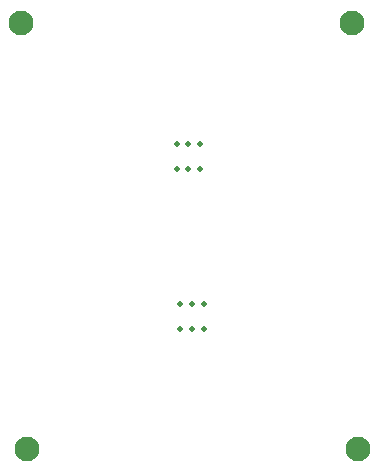
<source format=gbr>
%TF.GenerationSoftware,KiCad,Pcbnew,8.0.8*%
%TF.CreationDate,2025-04-24T20:49:58+02:00*%
%TF.ProjectId,IMU_PCBs,494d555f-5043-4427-932e-6b696361645f,rev?*%
%TF.SameCoordinates,Original*%
%TF.FileFunction,Soldermask,Bot*%
%TF.FilePolarity,Negative*%
%FSLAX46Y46*%
G04 Gerber Fmt 4.6, Leading zero omitted, Abs format (unit mm)*
G04 Created by KiCad (PCBNEW 8.0.8) date 2025-04-24 20:49:58*
%MOMM*%
%LPD*%
G01*
G04 APERTURE LIST*
%ADD10C,0.500000*%
%ADD11C,2.100000*%
G04 APERTURE END LIST*
D10*
%TO.C,mouse-bite-2.54mm-4.66mm*%
X128100000Y-80170000D03*
X128100000Y-82300000D03*
X129090000Y-80170000D03*
X129100000Y-82300000D03*
X130100000Y-80170000D03*
X130100000Y-82300000D03*
%TD*%
%TO.C,mouse-bite-2.54mm-4.66mm*%
X127820000Y-66630000D03*
X127820000Y-68760000D03*
X128810000Y-66630000D03*
X128820000Y-68760000D03*
X129820000Y-66630000D03*
X129820000Y-68760000D03*
%TD*%
D11*
%TO.C,REF\u002A\u002A*%
X143170000Y-92510000D03*
%TD*%
%TO.C,REF\u002A\u002A*%
X115170000Y-92510000D03*
%TD*%
%TO.C,REF\u002A\u002A*%
X114680000Y-56430000D03*
%TD*%
%TO.C,REF\u002A\u002A*%
X142680000Y-56430000D03*
%TD*%
M02*

</source>
